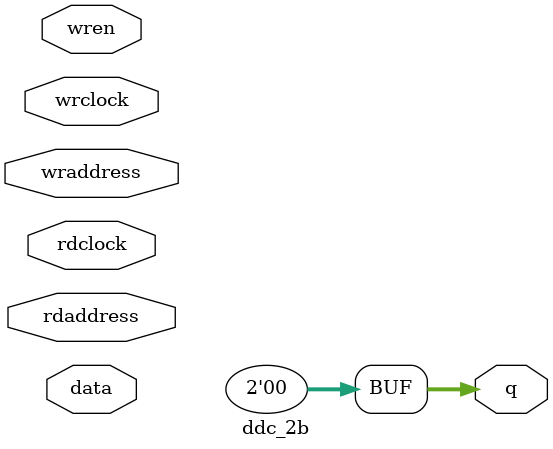
<source format=v>
module ddc_2b(	// file.cleaned.mlir:2:3
  input  [1:0] data,	// file.cleaned.mlir:2:24
  input  [3:0] rdaddress,	// file.cleaned.mlir:2:39
  input        rdclock,	// file.cleaned.mlir:2:59
  input  [3:0] wraddress,	// file.cleaned.mlir:2:77
  input        wrclock,	// file.cleaned.mlir:2:97
               wren,	// file.cleaned.mlir:2:115
  output [1:0] q	// file.cleaned.mlir:2:131
);

  assign q = 2'h0;	// file.cleaned.mlir:3:14, :4:5
endmodule


</source>
